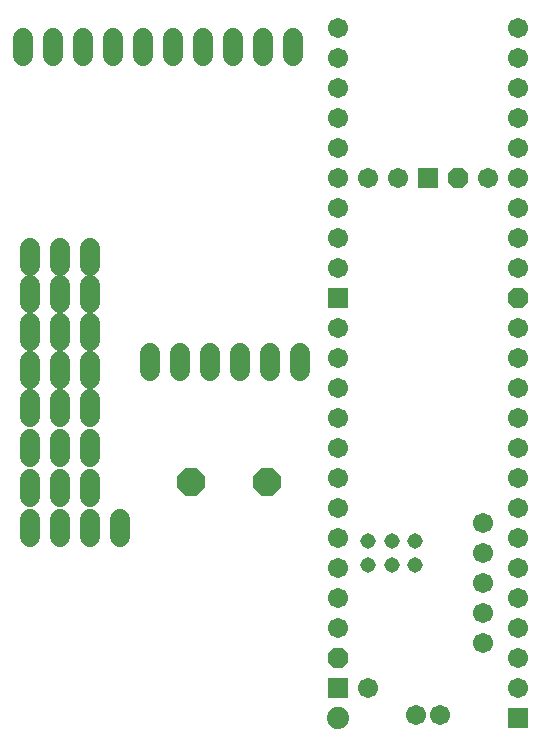
<source format=gbr>
G04 EAGLE Gerber RS-274X export*
G75*
%MOMM*%
%FSLAX34Y34*%
%LPD*%
%INSoldermask Bottom*%
%IPPOS*%
%AMOC8*
5,1,8,0,0,1.08239X$1,22.5*%
G01*
G04 Define Apertures*
%ADD10R,1.711200X1.711200*%
%ADD11C,1.879600*%
%ADD12P,1.852186X8X202.500000*%
%ADD13C,1.711200*%
%ADD14C,1.311200*%
%ADD15P,2.556822X8X22.500000*%
%ADD16C,1.727200*%
D10*
X451367Y66517D03*
X375167Y523717D03*
X298967Y91917D03*
D11*
X298967Y66517D03*
D12*
X298967Y117317D03*
X400567Y523717D03*
D13*
X425967Y523717D03*
X349767Y523717D03*
X324367Y523717D03*
X298967Y396717D03*
X451367Y396717D03*
X451367Y91917D03*
X451367Y117317D03*
X451367Y142717D03*
X451367Y168117D03*
X451367Y193517D03*
X451367Y218917D03*
X451367Y244317D03*
X451367Y269717D03*
X451367Y295117D03*
X451367Y320517D03*
X451367Y345917D03*
X451367Y371317D03*
X324367Y91917D03*
X298967Y371317D03*
X298967Y345917D03*
X298967Y320517D03*
X298967Y295117D03*
X298967Y269717D03*
X298967Y244317D03*
X298967Y218917D03*
X298967Y193517D03*
X298967Y168117D03*
X298967Y142717D03*
D12*
X451367Y422117D03*
D13*
X451367Y472917D03*
X451367Y498317D03*
X451367Y523717D03*
X451367Y549117D03*
X451367Y574517D03*
X451367Y599917D03*
X451367Y625317D03*
X451367Y650717D03*
X298967Y447517D03*
X298967Y472917D03*
X298967Y498317D03*
X298967Y523717D03*
X298967Y549117D03*
X298967Y574517D03*
X298967Y599917D03*
X298967Y625317D03*
X298967Y650717D03*
X421367Y130017D03*
X421367Y155417D03*
X421367Y180817D03*
X421367Y206217D03*
X421367Y231617D03*
X451367Y447517D03*
D10*
X298967Y422117D03*
D13*
X365167Y68817D03*
X385167Y68817D03*
D14*
X324367Y196217D03*
X344367Y196217D03*
X364367Y196217D03*
X324367Y216217D03*
X344367Y216217D03*
X364367Y216217D03*
D15*
X174117Y266700D03*
X239141Y266700D03*
D16*
X38100Y449580D02*
X38100Y464820D01*
X63500Y464820D02*
X63500Y449580D01*
X88900Y449580D02*
X88900Y464820D01*
X38100Y432816D02*
X38100Y417576D01*
X63500Y417576D02*
X63500Y432816D01*
X88900Y432816D02*
X88900Y417576D01*
X38100Y400812D02*
X38100Y385572D01*
X63500Y385572D02*
X63500Y400812D01*
X88900Y400812D02*
X88900Y385572D01*
X38100Y368808D02*
X38100Y353568D01*
X63500Y353568D02*
X63500Y368808D01*
X88900Y368808D02*
X88900Y353568D01*
X38100Y336804D02*
X38100Y321564D01*
X63500Y321564D02*
X63500Y336804D01*
X88900Y336804D02*
X88900Y321564D01*
X38100Y302768D02*
X38100Y287528D01*
X63500Y287528D02*
X63500Y302768D01*
X88900Y302768D02*
X88900Y287528D01*
X38100Y268732D02*
X38100Y253492D01*
X63500Y253492D02*
X63500Y268732D01*
X88900Y268732D02*
X88900Y253492D01*
X260858Y627380D02*
X260858Y642620D01*
X235458Y642620D02*
X235458Y627380D01*
X210058Y627380D02*
X210058Y642620D01*
X184658Y642620D02*
X184658Y627380D01*
X159258Y627380D02*
X159258Y642620D01*
X133858Y642620D02*
X133858Y627380D01*
X108458Y627380D02*
X108458Y642620D01*
X83058Y642620D02*
X83058Y627380D01*
X57658Y627380D02*
X57658Y642620D01*
X32258Y642620D02*
X32258Y627380D01*
X266700Y375920D02*
X266700Y360680D01*
X241300Y360680D02*
X241300Y375920D01*
X215900Y375920D02*
X215900Y360680D01*
X190500Y360680D02*
X190500Y375920D01*
X165100Y375920D02*
X165100Y360680D01*
X139700Y360680D02*
X139700Y375920D01*
X114300Y234696D02*
X114300Y219456D01*
X88900Y219456D02*
X88900Y234696D01*
X63500Y234696D02*
X63500Y219456D01*
X38100Y219456D02*
X38100Y234696D01*
M02*

</source>
